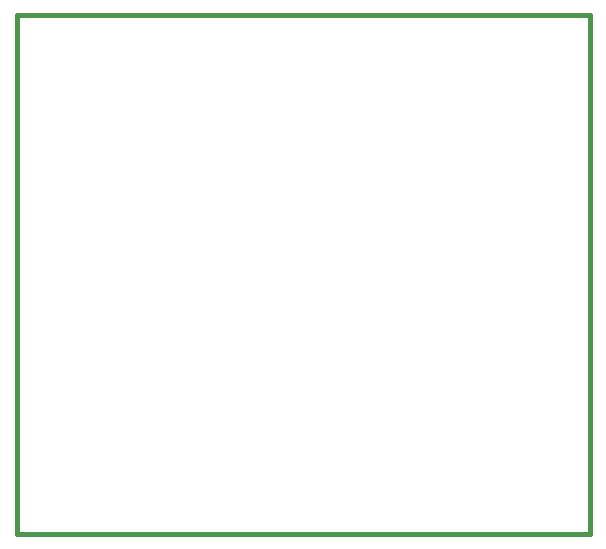
<source format=gbr>
G04 (created by PCBNEW-RS274X (2012-apr-16-27)-stable) date Thu 18 Jun 2015 14:48:37 CEST*
G01*
G70*
G90*
%MOIN*%
G04 Gerber Fmt 3.4, Leading zero omitted, Abs format*
%FSLAX34Y34*%
G04 APERTURE LIST*
%ADD10C,0.006000*%
%ADD11C,0.015000*%
G04 APERTURE END LIST*
G54D10*
G54D11*
X42950Y-15550D02*
X43400Y-15550D01*
X43000Y-15550D02*
X62050Y-15550D01*
X42950Y-32850D02*
X42950Y-15600D01*
X62050Y-32850D02*
X42950Y-32850D01*
X62050Y-15600D02*
X62050Y-32850D01*
M02*

</source>
